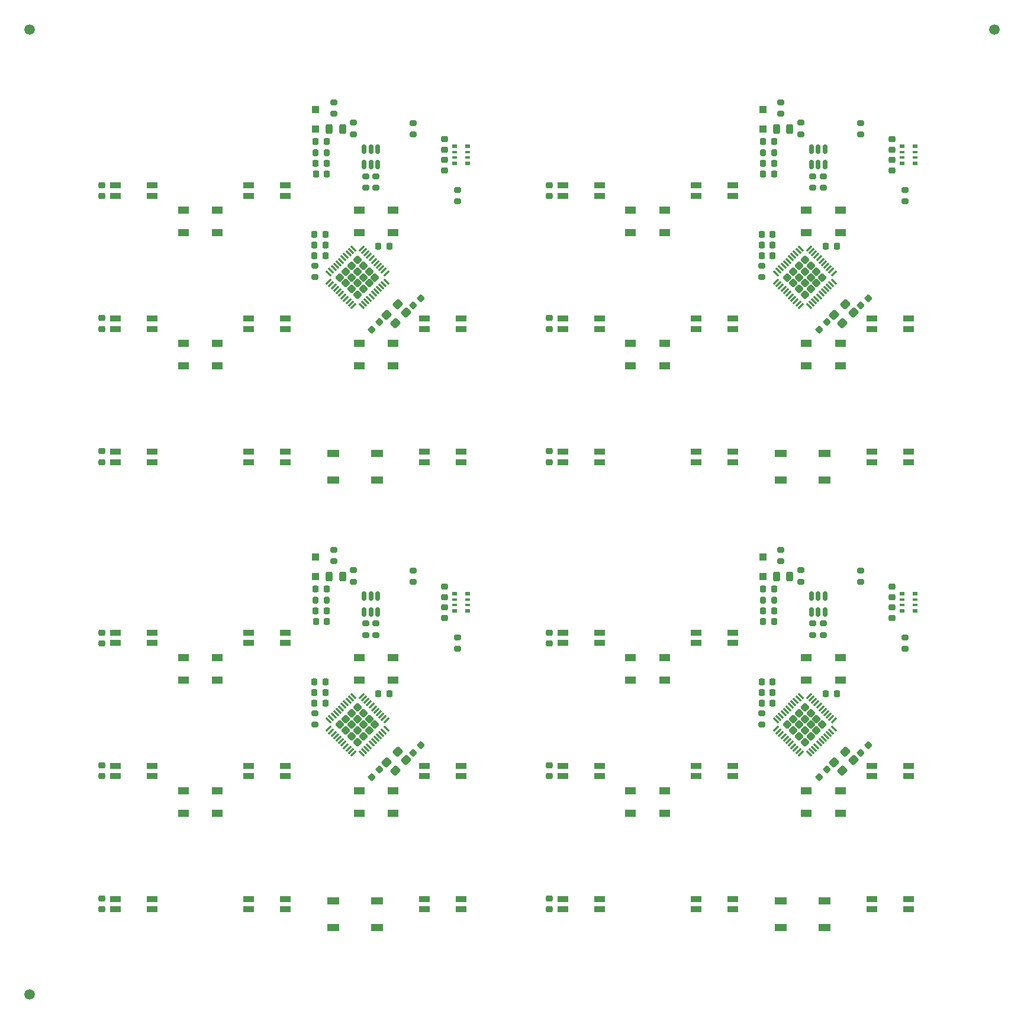
<source format=gbr>
%TF.GenerationSoftware,KiCad,Pcbnew,6.0.0*%
%TF.CreationDate,2022-01-09T18:32:07+01:00*%
%TF.ProjectId,panel,70616e65-6c2e-46b6-9963-61645f706362,rev?*%
%TF.SameCoordinates,Original*%
%TF.FileFunction,Paste,Bot*%
%TF.FilePolarity,Positive*%
%FSLAX46Y46*%
G04 Gerber Fmt 4.6, Leading zero omitted, Abs format (unit mm)*
G04 Created by KiCad (PCBNEW 6.0.0) date 2022-01-09 18:32:07*
%MOMM*%
%LPD*%
G01*
G04 APERTURE LIST*
G04 Aperture macros list*
%AMRoundRect*
0 Rectangle with rounded corners*
0 $1 Rounding radius*
0 $2 $3 $4 $5 $6 $7 $8 $9 X,Y pos of 4 corners*
0 Add a 4 corners polygon primitive as box body*
4,1,4,$2,$3,$4,$5,$6,$7,$8,$9,$2,$3,0*
0 Add four circle primitives for the rounded corners*
1,1,$1+$1,$2,$3*
1,1,$1+$1,$4,$5*
1,1,$1+$1,$6,$7*
1,1,$1+$1,$8,$9*
0 Add four rect primitives between the rounded corners*
20,1,$1+$1,$2,$3,$4,$5,0*
20,1,$1+$1,$4,$5,$6,$7,0*
20,1,$1+$1,$6,$7,$8,$9,0*
20,1,$1+$1,$8,$9,$2,$3,0*%
G04 Aperture macros list end*
%ADD10RoundRect,0.082000X-0.718000X0.328000X-0.718000X-0.328000X0.718000X-0.328000X0.718000X0.328000X0*%
%ADD11C,1.500000*%
%ADD12RoundRect,0.200000X-0.275000X0.200000X-0.275000X-0.200000X0.275000X-0.200000X0.275000X0.200000X0*%
%ADD13RoundRect,0.225000X0.225000X0.250000X-0.225000X0.250000X-0.225000X-0.250000X0.225000X-0.250000X0*%
%ADD14RoundRect,0.225000X-0.250000X0.225000X-0.250000X-0.225000X0.250000X-0.225000X0.250000X0.225000X0*%
%ADD15RoundRect,0.170000X-0.330000X0.255000X-0.330000X-0.255000X0.330000X-0.255000X0.330000X0.255000X0*%
%ADD16R,1.500000X1.000000*%
%ADD17RoundRect,0.225000X-0.017678X0.335876X-0.335876X0.017678X0.017678X-0.335876X0.335876X-0.017678X0*%
%ADD18R,1.100000X1.100000*%
%ADD19R,1.700000X1.000000*%
%ADD20RoundRect,0.225000X-0.225000X-0.250000X0.225000X-0.250000X0.225000X0.250000X-0.225000X0.250000X0*%
%ADD21RoundRect,0.200000X0.275000X-0.200000X0.275000X0.200000X-0.275000X0.200000X-0.275000X-0.200000X0*%
%ADD22RoundRect,0.243750X0.243750X0.456250X-0.243750X0.456250X-0.243750X-0.456250X0.243750X-0.456250X0*%
%ADD23R,0.800000X0.500000*%
%ADD24R,0.800000X0.400000*%
%ADD25RoundRect,0.230000X0.063640X0.502046X-0.502046X-0.063640X-0.063640X-0.502046X0.502046X0.063640X0*%
%ADD26RoundRect,0.170000X-0.255000X-0.330000X0.255000X-0.330000X0.255000X0.330000X-0.255000X0.330000X0*%
%ADD27RoundRect,0.150000X-0.150000X0.512500X-0.150000X-0.512500X0.150000X-0.512500X0.150000X0.512500X0*%
%ADD28RoundRect,0.225000X0.250000X-0.225000X0.250000X0.225000X-0.250000X0.225000X-0.250000X-0.225000X0*%
%ADD29RoundRect,0.225000X0.017678X-0.335876X0.335876X-0.017678X-0.017678X0.335876X-0.335876X0.017678X0*%
%ADD30RoundRect,0.250000X0.000000X0.358486X-0.358486X0.000000X0.000000X-0.358486X0.358486X0.000000X0*%
%ADD31RoundRect,0.062500X0.291682X0.380070X-0.380070X-0.291682X-0.291682X-0.380070X0.380070X0.291682X0*%
%ADD32RoundRect,0.062500X-0.291682X0.380070X-0.380070X0.291682X0.291682X-0.380070X0.380070X-0.291682X0*%
G04 APERTURE END LIST*
D10*
%TO.C,D2*%
X108346186Y-35248680D03*
X108346186Y-36748680D03*
X113546186Y-36748680D03*
X113546186Y-35248680D03*
%TD*%
%TO.C,D7*%
X108346186Y-137348688D03*
X108346186Y-138848688D03*
X113546186Y-138848688D03*
X113546186Y-137348688D03*
%TD*%
%TO.C,D6*%
X89296186Y-137348688D03*
X89296186Y-138848688D03*
X94496186Y-138848688D03*
X94496186Y-137348688D03*
%TD*%
%TO.C,D6*%
X89296186Y-73348680D03*
X89296186Y-74848680D03*
X94496186Y-74848680D03*
X94496186Y-73348680D03*
%TD*%
D11*
%TO.C,REF\u002A\u002A*%
X13000934Y-151000999D03*
%TD*%
D10*
%TO.C,D2*%
X108346186Y-99248688D03*
X108346186Y-100748688D03*
X113546186Y-100748688D03*
X113546186Y-99248688D03*
%TD*%
%TO.C,D3*%
X89296186Y-118298688D03*
X89296186Y-119798688D03*
X94496186Y-119798688D03*
X94496186Y-118298688D03*
%TD*%
%TO.C,D3*%
X89296186Y-54298680D03*
X89296186Y-55798680D03*
X94496186Y-55798680D03*
X94496186Y-54298680D03*
%TD*%
%TO.C,D6*%
X25296183Y-137348688D03*
X25296183Y-138848688D03*
X30496183Y-138848688D03*
X30496183Y-137348688D03*
%TD*%
%TO.C,D4*%
X44346183Y-54298680D03*
X44346183Y-55798680D03*
X49546183Y-55798680D03*
X49546183Y-54298680D03*
%TD*%
%TO.C,D4*%
X108346186Y-54298680D03*
X108346186Y-55798680D03*
X113546186Y-55798680D03*
X113546186Y-54298680D03*
%TD*%
%TO.C,D2*%
X44346183Y-35248680D03*
X44346183Y-36748680D03*
X49546183Y-36748680D03*
X49546183Y-35248680D03*
%TD*%
%TO.C,D1*%
X25296183Y-99248688D03*
X25296183Y-100748688D03*
X30496183Y-100748688D03*
X30496183Y-99248688D03*
%TD*%
%TO.C,D1*%
X89296186Y-99248688D03*
X89296186Y-100748688D03*
X94496186Y-100748688D03*
X94496186Y-99248688D03*
%TD*%
%TO.C,D5*%
X69496183Y-54298680D03*
X69496183Y-55798680D03*
X74696183Y-55798680D03*
X74696183Y-54298680D03*
%TD*%
%TO.C,D5*%
X133496186Y-118298688D03*
X133496186Y-119798688D03*
X138696186Y-119798688D03*
X138696186Y-118298688D03*
%TD*%
%TO.C,D6*%
X25296183Y-73348680D03*
X25296183Y-74848680D03*
X30496183Y-74848680D03*
X30496183Y-73348680D03*
%TD*%
%TO.C,D3*%
X25296183Y-118298688D03*
X25296183Y-119798688D03*
X30496183Y-119798688D03*
X30496183Y-118298688D03*
%TD*%
D11*
%TO.C,REF\u002A\u002A*%
X13000934Y-12998932D03*
%TD*%
D10*
%TO.C,D3*%
X25296183Y-54298680D03*
X25296183Y-55798680D03*
X30496183Y-55798680D03*
X30496183Y-54298680D03*
%TD*%
%TO.C,D8*%
X69496183Y-73348680D03*
X69496183Y-74848680D03*
X74696183Y-74848680D03*
X74696183Y-73348680D03*
%TD*%
%TO.C,D2*%
X44346183Y-99248688D03*
X44346183Y-100748688D03*
X49546183Y-100748688D03*
X49546183Y-99248688D03*
%TD*%
%TO.C,D1*%
X25296183Y-35248680D03*
X25296183Y-36748680D03*
X30496183Y-36748680D03*
X30496183Y-35248680D03*
%TD*%
%TO.C,D7*%
X108346186Y-73348680D03*
X108346186Y-74848680D03*
X113546186Y-74848680D03*
X113546186Y-73348680D03*
%TD*%
%TO.C,D7*%
X44346183Y-73348680D03*
X44346183Y-74848680D03*
X49546183Y-74848680D03*
X49546183Y-73348680D03*
%TD*%
%TO.C,D5*%
X133496186Y-54298680D03*
X133496186Y-55798680D03*
X138696186Y-55798680D03*
X138696186Y-54298680D03*
%TD*%
%TO.C,D7*%
X44346183Y-137348688D03*
X44346183Y-138848688D03*
X49546183Y-138848688D03*
X49546183Y-137348688D03*
%TD*%
%TO.C,D8*%
X133496186Y-73348680D03*
X133496186Y-74848680D03*
X138696186Y-74848680D03*
X138696186Y-73348680D03*
%TD*%
%TO.C,D4*%
X108346186Y-118298688D03*
X108346186Y-119798688D03*
X113546186Y-119798688D03*
X113546186Y-118298688D03*
%TD*%
%TO.C,D4*%
X44346183Y-118298688D03*
X44346183Y-119798688D03*
X49546183Y-119798688D03*
X49546183Y-118298688D03*
%TD*%
%TO.C,D8*%
X69496183Y-137348688D03*
X69496183Y-138848688D03*
X74696183Y-138848688D03*
X74696183Y-137348688D03*
%TD*%
D11*
%TO.C,REF\u002A\u002A*%
X150998999Y-12998932D03*
%TD*%
D10*
%TO.C,D1*%
X89296186Y-35248680D03*
X89296186Y-36748680D03*
X94496186Y-36748680D03*
X94496186Y-35248680D03*
%TD*%
%TO.C,D8*%
X133496186Y-137348688D03*
X133496186Y-138848688D03*
X138696186Y-138848688D03*
X138696186Y-137348688D03*
%TD*%
%TO.C,D5*%
X69496183Y-118298688D03*
X69496183Y-119798688D03*
X74696183Y-119798688D03*
X74696183Y-118298688D03*
%TD*%
D12*
%TO.C,R1*%
X67839933Y-26344931D03*
X67839933Y-27994931D03*
%TD*%
D13*
%TO.C,C8*%
X55289933Y-107824939D03*
X53739933Y-107824939D03*
%TD*%
D14*
%TO.C,C6*%
X23314933Y-99249939D03*
X23314933Y-100799939D03*
%TD*%
D15*
%TO.C,FB1*%
X120474936Y-87444939D03*
X120474936Y-89044939D03*
%TD*%
D16*
%TO.C,D12*%
X124114936Y-125093689D03*
X124114936Y-121893689D03*
X129014936Y-121893689D03*
X129014936Y-125093689D03*
%TD*%
D13*
%TO.C,C5*%
X119489936Y-97674939D03*
X117939936Y-97674939D03*
%TD*%
D17*
%TO.C,C11*%
X132992944Y-51396923D03*
X131896928Y-52492939D03*
%TD*%
D18*
%TO.C,D9*%
X117929936Y-88409939D03*
X117929936Y-91209939D03*
%TD*%
D19*
%TO.C,SW1*%
X126714936Y-137649939D03*
X120414936Y-137649939D03*
X126714936Y-141449939D03*
X120414936Y-141449939D03*
%TD*%
D20*
%TO.C,C9*%
X62889933Y-108024939D03*
X64439933Y-108024939D03*
%TD*%
D21*
%TO.C,R4*%
X125049936Y-99604939D03*
X125049936Y-97954939D03*
%TD*%
D13*
%TO.C,C8*%
X119289936Y-107824939D03*
X117739936Y-107824939D03*
%TD*%
D15*
%TO.C,FB1*%
X120474936Y-23444931D03*
X120474936Y-25044931D03*
%TD*%
D22*
%TO.C,F1*%
X121747436Y-91239939D03*
X119872436Y-91239939D03*
%TD*%
D19*
%TO.C,SW1*%
X62714933Y-137649939D03*
X56414933Y-137649939D03*
X56414933Y-141449939D03*
X62714933Y-141449939D03*
%TD*%
D13*
%TO.C,C10*%
X119289936Y-45324931D03*
X117739936Y-45324931D03*
%TD*%
D12*
%TO.C,R1*%
X131839936Y-90344939D03*
X131839936Y-91994939D03*
%TD*%
D20*
%TO.C,C9*%
X62889933Y-44024931D03*
X64439933Y-44024931D03*
%TD*%
D23*
%TO.C,RN1*%
X73827433Y-32118681D03*
D24*
X73827433Y-31318681D03*
X73827433Y-30518681D03*
D23*
X73827433Y-29718681D03*
X75627433Y-29718681D03*
D24*
X75627433Y-30518681D03*
X75627433Y-31318681D03*
D23*
X75627433Y-32118681D03*
%TD*%
D13*
%TO.C,C7*%
X55289933Y-42324931D03*
X53739933Y-42324931D03*
%TD*%
%TO.C,C3*%
X119464936Y-96149939D03*
X117914936Y-96149939D03*
%TD*%
D14*
%TO.C,C6*%
X87314936Y-35249931D03*
X87314936Y-36799931D03*
%TD*%
D25*
%TO.C,Y1*%
X66833791Y-53458154D03*
X65278156Y-55013789D03*
X64076075Y-53811708D03*
X65631710Y-52256073D03*
%TD*%
D19*
%TO.C,SW1*%
X120414936Y-73649931D03*
X126714936Y-73649931D03*
X120414936Y-77449931D03*
X126714936Y-77449931D03*
%TD*%
D14*
%TO.C,C12*%
X23364933Y-118249939D03*
X23364933Y-119799939D03*
%TD*%
D16*
%TO.C,D11*%
X98971186Y-42043681D03*
X98971186Y-38843681D03*
X103871186Y-38843681D03*
X103871186Y-42043681D03*
%TD*%
D13*
%TO.C,C10*%
X119289936Y-109324939D03*
X117739936Y-109324939D03*
%TD*%
D12*
%TO.C,R6*%
X53764933Y-110749939D03*
X53764933Y-112399939D03*
%TD*%
D16*
%TO.C,D12*%
X60114933Y-61093681D03*
X60114933Y-57893681D03*
X65014933Y-57893681D03*
X65014933Y-61093681D03*
%TD*%
D17*
%TO.C,C11*%
X132992944Y-115396931D03*
X131896928Y-116492947D03*
%TD*%
D14*
%TO.C,C4*%
X136384936Y-31629931D03*
X136384936Y-33179931D03*
%TD*%
D25*
%TO.C,Y1*%
X130833794Y-53458154D03*
X129278159Y-55013789D03*
X128076078Y-53811708D03*
X129631713Y-52256073D03*
%TD*%
D26*
%TO.C,FB2*%
X53899933Y-94589939D03*
X55499933Y-94589939D03*
%TD*%
D27*
%TO.C,U2*%
X60859933Y-94062439D03*
X61809933Y-94062439D03*
X62759933Y-94062439D03*
X62759933Y-96337439D03*
X61809933Y-96337439D03*
X60859933Y-96337439D03*
%TD*%
D14*
%TO.C,C14*%
X87314936Y-137299939D03*
X87314936Y-138849939D03*
%TD*%
D28*
%TO.C,C2*%
X72384933Y-94189939D03*
X72384933Y-92639939D03*
%TD*%
D13*
%TO.C,C7*%
X55289933Y-106324939D03*
X53739933Y-106324939D03*
%TD*%
D16*
%TO.C,D12*%
X60114933Y-125093689D03*
X60114933Y-121893689D03*
X65014933Y-121893689D03*
X65014933Y-125093689D03*
%TD*%
%TO.C,D11*%
X98971186Y-106043689D03*
X98971186Y-102843689D03*
X103871186Y-102843689D03*
X103871186Y-106043689D03*
%TD*%
D29*
%TO.C,C13*%
X125936928Y-119922947D03*
X127032944Y-118826931D03*
%TD*%
D13*
%TO.C,C5*%
X119489936Y-33674931D03*
X117939936Y-33674931D03*
%TD*%
D20*
%TO.C,C1*%
X117914936Y-29009931D03*
X119464936Y-29009931D03*
%TD*%
D21*
%TO.C,R2*%
X123289936Y-27969931D03*
X123289936Y-26319931D03*
%TD*%
D14*
%TO.C,C4*%
X136384936Y-95629939D03*
X136384936Y-97179939D03*
%TD*%
D15*
%TO.C,FB1*%
X56474933Y-23444931D03*
X56474933Y-25044931D03*
%TD*%
D21*
%TO.C,R2*%
X123289936Y-91969939D03*
X123289936Y-90319939D03*
%TD*%
D29*
%TO.C,C13*%
X61936925Y-55922939D03*
X63032941Y-54826923D03*
%TD*%
D28*
%TO.C,C2*%
X136384936Y-94189939D03*
X136384936Y-92639939D03*
%TD*%
D16*
%TO.C,D11*%
X34971183Y-42043681D03*
X34971183Y-38843681D03*
X39871183Y-38843681D03*
X39871183Y-42043681D03*
%TD*%
D22*
%TO.C,F1*%
X121747436Y-27239931D03*
X119872436Y-27239931D03*
%TD*%
D21*
%TO.C,R5*%
X138189936Y-37574931D03*
X138189936Y-35924931D03*
%TD*%
%TO.C,R4*%
X125049936Y-35604931D03*
X125049936Y-33954931D03*
%TD*%
D13*
%TO.C,C7*%
X119289936Y-106324939D03*
X117739936Y-106324939D03*
%TD*%
%TO.C,C10*%
X55289933Y-109324939D03*
X53739933Y-109324939D03*
%TD*%
D21*
%TO.C,R4*%
X61049933Y-35604931D03*
X61049933Y-33954931D03*
%TD*%
%TO.C,R3*%
X62559933Y-99604939D03*
X62559933Y-97954939D03*
%TD*%
D13*
%TO.C,C7*%
X119289936Y-42324931D03*
X117739936Y-42324931D03*
%TD*%
D29*
%TO.C,C13*%
X125936928Y-55922939D03*
X127032944Y-54826923D03*
%TD*%
D14*
%TO.C,C14*%
X87314936Y-73299931D03*
X87314936Y-74849931D03*
%TD*%
D23*
%TO.C,RN1*%
X137827436Y-96118689D03*
D24*
X137827436Y-95318689D03*
X137827436Y-94518689D03*
D23*
X137827436Y-93718689D03*
X139627436Y-93718689D03*
D24*
X139627436Y-94518689D03*
X139627436Y-95318689D03*
D23*
X139627436Y-96118689D03*
%TD*%
D27*
%TO.C,U2*%
X60859933Y-30062431D03*
X61809933Y-30062431D03*
X62759933Y-30062431D03*
X62759933Y-32337431D03*
X61809933Y-32337431D03*
X60859933Y-32337431D03*
%TD*%
D16*
%TO.C,D13*%
X34971183Y-61093681D03*
X34971183Y-57893681D03*
X39871183Y-57893681D03*
X39871183Y-61093681D03*
%TD*%
D21*
%TO.C,R4*%
X61049933Y-99604939D03*
X61049933Y-97954939D03*
%TD*%
D23*
%TO.C,RN1*%
X73827433Y-96118689D03*
D24*
X73827433Y-95318689D03*
X73827433Y-94518689D03*
D23*
X73827433Y-93718689D03*
X75627433Y-93718689D03*
D24*
X75627433Y-94518689D03*
X75627433Y-95318689D03*
D23*
X75627433Y-96118689D03*
%TD*%
D21*
%TO.C,R2*%
X59289933Y-91969939D03*
X59289933Y-90319939D03*
%TD*%
D14*
%TO.C,C14*%
X23314933Y-137299939D03*
X23314933Y-138849939D03*
%TD*%
D13*
%TO.C,C8*%
X55289933Y-43824931D03*
X53739933Y-43824931D03*
%TD*%
D20*
%TO.C,C9*%
X126889936Y-44024931D03*
X128439936Y-44024931D03*
%TD*%
D27*
%TO.C,U2*%
X124859936Y-30062431D03*
X125809936Y-30062431D03*
X126759936Y-30062431D03*
X126759936Y-32337431D03*
X125809936Y-32337431D03*
X124859936Y-32337431D03*
%TD*%
D16*
%TO.C,D12*%
X124114936Y-61093681D03*
X124114936Y-57893681D03*
X129014936Y-57893681D03*
X129014936Y-61093681D03*
%TD*%
D13*
%TO.C,C3*%
X55464933Y-96149939D03*
X53914933Y-96149939D03*
%TD*%
D21*
%TO.C,R5*%
X138189936Y-101574939D03*
X138189936Y-99924939D03*
%TD*%
D16*
%TO.C,D10*%
X60114933Y-106024939D03*
X60114933Y-102824939D03*
X65014933Y-102824939D03*
X65014933Y-106024939D03*
%TD*%
D20*
%TO.C,C1*%
X117914936Y-93009939D03*
X119464936Y-93009939D03*
%TD*%
D25*
%TO.C,Y1*%
X130833794Y-117458162D03*
X129278159Y-119013797D03*
X128076078Y-117811716D03*
X129631713Y-116256081D03*
%TD*%
D12*
%TO.C,R6*%
X53764933Y-46749931D03*
X53764933Y-48399931D03*
%TD*%
D17*
%TO.C,C11*%
X68992941Y-115396931D03*
X67896925Y-116492947D03*
%TD*%
D21*
%TO.C,R3*%
X126559936Y-99604939D03*
X126559936Y-97954939D03*
%TD*%
D13*
%TO.C,C3*%
X119464936Y-32149931D03*
X117914936Y-32149931D03*
%TD*%
%TO.C,C3*%
X55464933Y-32149931D03*
X53914933Y-32149931D03*
%TD*%
D21*
%TO.C,R3*%
X126559936Y-35604931D03*
X126559936Y-33954931D03*
%TD*%
D30*
%TO.C,U3*%
X59064083Y-48435781D03*
X57402382Y-48435781D03*
X62387484Y-48435781D03*
X59894933Y-45943230D03*
X59064083Y-46774080D03*
X59894933Y-49266631D03*
X60725783Y-50097482D03*
X59894933Y-50928332D03*
X61556634Y-47604931D03*
X59894933Y-47604931D03*
X61556634Y-49266631D03*
X60725783Y-48435781D03*
X60725783Y-46774080D03*
X58233232Y-49266631D03*
X59064083Y-50097482D03*
X58233232Y-47604931D03*
D31*
X60487135Y-44308045D03*
X60840688Y-44661599D03*
X61194242Y-45015152D03*
X61547795Y-45368705D03*
X61901348Y-45722259D03*
X62254902Y-46075812D03*
X62608455Y-46429366D03*
X62962009Y-46782919D03*
X63315562Y-47136472D03*
X63669115Y-47490026D03*
X64022669Y-47843579D03*
D32*
X64022669Y-49027983D03*
X63669115Y-49381536D03*
X63315562Y-49735090D03*
X62962009Y-50088643D03*
X62608455Y-50442196D03*
X62254902Y-50795750D03*
X61901348Y-51149303D03*
X61547795Y-51502857D03*
X61194242Y-51856410D03*
X60840688Y-52209963D03*
X60487135Y-52563517D03*
D31*
X59302731Y-52563517D03*
X58949178Y-52209963D03*
X58595624Y-51856410D03*
X58242071Y-51502857D03*
X57888518Y-51149303D03*
X57534964Y-50795750D03*
X57181411Y-50442196D03*
X56827857Y-50088643D03*
X56474304Y-49735090D03*
X56120751Y-49381536D03*
X55767197Y-49027983D03*
D32*
X55767197Y-47843579D03*
X56120751Y-47490026D03*
X56474304Y-47136472D03*
X56827857Y-46782919D03*
X57181411Y-46429366D03*
X57534964Y-46075812D03*
X57888518Y-45722259D03*
X58242071Y-45368705D03*
X58595624Y-45015152D03*
X58949178Y-44661599D03*
X59302731Y-44308045D03*
%TD*%
D26*
%TO.C,FB2*%
X117899936Y-30589931D03*
X119499936Y-30589931D03*
%TD*%
D29*
%TO.C,C13*%
X61936925Y-119922947D03*
X63032941Y-118826931D03*
%TD*%
D22*
%TO.C,F1*%
X57747433Y-91239939D03*
X55872433Y-91239939D03*
%TD*%
D16*
%TO.C,D10*%
X124114936Y-106024939D03*
X124114936Y-102824939D03*
X129014936Y-102824939D03*
X129014936Y-106024939D03*
%TD*%
D28*
%TO.C,C2*%
X72384933Y-30189931D03*
X72384933Y-28639931D03*
%TD*%
D13*
%TO.C,C10*%
X55289933Y-45324931D03*
X53739933Y-45324931D03*
%TD*%
D14*
%TO.C,C6*%
X87314936Y-99249939D03*
X87314936Y-100799939D03*
%TD*%
%TO.C,C6*%
X23314933Y-35249931D03*
X23314933Y-36799931D03*
%TD*%
D23*
%TO.C,RN1*%
X137827436Y-32118681D03*
D24*
X137827436Y-31318681D03*
X137827436Y-30518681D03*
D23*
X137827436Y-29718681D03*
X139627436Y-29718681D03*
D24*
X139627436Y-30518681D03*
X139627436Y-31318681D03*
D23*
X139627436Y-32118681D03*
%TD*%
D20*
%TO.C,C1*%
X53914933Y-29009931D03*
X55464933Y-29009931D03*
%TD*%
D21*
%TO.C,R5*%
X74189933Y-37574931D03*
X74189933Y-35924931D03*
%TD*%
%TO.C,R5*%
X74189933Y-101574939D03*
X74189933Y-99924939D03*
%TD*%
D16*
%TO.C,D11*%
X34971183Y-106043689D03*
X34971183Y-102843689D03*
X39871183Y-102843689D03*
X39871183Y-106043689D03*
%TD*%
D18*
%TO.C,D9*%
X117929936Y-24409931D03*
X117929936Y-27209931D03*
%TD*%
D25*
%TO.C,Y1*%
X66833791Y-117458162D03*
X65278156Y-119013797D03*
X64076075Y-117811716D03*
X65631710Y-116256081D03*
%TD*%
D19*
%TO.C,SW1*%
X56414933Y-73649931D03*
X62714933Y-73649931D03*
X56414933Y-77449931D03*
X62714933Y-77449931D03*
%TD*%
D14*
%TO.C,C12*%
X87364936Y-54249931D03*
X87364936Y-55799931D03*
%TD*%
D13*
%TO.C,C5*%
X55489933Y-33674931D03*
X53939933Y-33674931D03*
%TD*%
D12*
%TO.C,R6*%
X117764936Y-110749939D03*
X117764936Y-112399939D03*
%TD*%
D13*
%TO.C,C5*%
X55489933Y-97674939D03*
X53939933Y-97674939D03*
%TD*%
D21*
%TO.C,R2*%
X59289933Y-27969931D03*
X59289933Y-26319931D03*
%TD*%
D15*
%TO.C,FB1*%
X56474933Y-87444939D03*
X56474933Y-89044939D03*
%TD*%
D13*
%TO.C,C8*%
X119289936Y-43824931D03*
X117739936Y-43824931D03*
%TD*%
D12*
%TO.C,R1*%
X131839936Y-26344931D03*
X131839936Y-27994931D03*
%TD*%
D16*
%TO.C,D10*%
X60114933Y-42024931D03*
X60114933Y-38824931D03*
X65014933Y-38824931D03*
X65014933Y-42024931D03*
%TD*%
D14*
%TO.C,C14*%
X23314933Y-73299931D03*
X23314933Y-74849931D03*
%TD*%
D30*
%TO.C,U3*%
X123894936Y-109943238D03*
X122233235Y-111604939D03*
X122233235Y-113266639D03*
X123894936Y-111604939D03*
X125556637Y-113266639D03*
X121402385Y-112435789D03*
X124725786Y-114097490D03*
X124725786Y-112435789D03*
X123894936Y-114928340D03*
X124725786Y-110774088D03*
X123894936Y-113266639D03*
X123064086Y-114097490D03*
X125556637Y-111604939D03*
X126387487Y-112435789D03*
X123064086Y-110774088D03*
X123064086Y-112435789D03*
D31*
X124487138Y-108308053D03*
X124840691Y-108661607D03*
X125194245Y-109015160D03*
X125547798Y-109368713D03*
X125901351Y-109722267D03*
X126254905Y-110075820D03*
X126608458Y-110429374D03*
X126962012Y-110782927D03*
X127315565Y-111136480D03*
X127669118Y-111490034D03*
X128022672Y-111843587D03*
D32*
X128022672Y-113027991D03*
X127669118Y-113381544D03*
X127315565Y-113735098D03*
X126962012Y-114088651D03*
X126608458Y-114442204D03*
X126254905Y-114795758D03*
X125901351Y-115149311D03*
X125547798Y-115502865D03*
X125194245Y-115856418D03*
X124840691Y-116209971D03*
X124487138Y-116563525D03*
D31*
X123302734Y-116563525D03*
X122949181Y-116209971D03*
X122595627Y-115856418D03*
X122242074Y-115502865D03*
X121888521Y-115149311D03*
X121534967Y-114795758D03*
X121181414Y-114442204D03*
X120827860Y-114088651D03*
X120474307Y-113735098D03*
X120120754Y-113381544D03*
X119767200Y-113027991D03*
D32*
X119767200Y-111843587D03*
X120120754Y-111490034D03*
X120474307Y-111136480D03*
X120827860Y-110782927D03*
X121181414Y-110429374D03*
X121534967Y-110075820D03*
X121888521Y-109722267D03*
X122242074Y-109368713D03*
X122595627Y-109015160D03*
X122949181Y-108661607D03*
X123302734Y-108308053D03*
%TD*%
D14*
%TO.C,C12*%
X87364936Y-118249939D03*
X87364936Y-119799939D03*
%TD*%
D21*
%TO.C,R3*%
X62559933Y-35604931D03*
X62559933Y-33954931D03*
%TD*%
D14*
%TO.C,C12*%
X23364933Y-54249931D03*
X23364933Y-55799931D03*
%TD*%
D16*
%TO.C,D13*%
X98971186Y-61093681D03*
X98971186Y-57893681D03*
X103871186Y-57893681D03*
X103871186Y-61093681D03*
%TD*%
D12*
%TO.C,R1*%
X67839933Y-90344939D03*
X67839933Y-91994939D03*
%TD*%
D30*
%TO.C,U3*%
X123064086Y-50097482D03*
X123894936Y-50928332D03*
X123894936Y-45943230D03*
X124725786Y-50097482D03*
X122233235Y-49266631D03*
X121402385Y-48435781D03*
X125556637Y-49266631D03*
X123064086Y-48435781D03*
X123894936Y-49266631D03*
X122233235Y-47604931D03*
X124725786Y-46774080D03*
X124725786Y-48435781D03*
X126387487Y-48435781D03*
X123064086Y-46774080D03*
X125556637Y-47604931D03*
X123894936Y-47604931D03*
D31*
X124487138Y-44308045D03*
X124840691Y-44661599D03*
X125194245Y-45015152D03*
X125547798Y-45368705D03*
X125901351Y-45722259D03*
X126254905Y-46075812D03*
X126608458Y-46429366D03*
X126962012Y-46782919D03*
X127315565Y-47136472D03*
X127669118Y-47490026D03*
X128022672Y-47843579D03*
D32*
X128022672Y-49027983D03*
X127669118Y-49381536D03*
X127315565Y-49735090D03*
X126962012Y-50088643D03*
X126608458Y-50442196D03*
X126254905Y-50795750D03*
X125901351Y-51149303D03*
X125547798Y-51502857D03*
X125194245Y-51856410D03*
X124840691Y-52209963D03*
X124487138Y-52563517D03*
D31*
X123302734Y-52563517D03*
X122949181Y-52209963D03*
X122595627Y-51856410D03*
X122242074Y-51502857D03*
X121888521Y-51149303D03*
X121534967Y-50795750D03*
X121181414Y-50442196D03*
X120827860Y-50088643D03*
X120474307Y-49735090D03*
X120120754Y-49381536D03*
X119767200Y-49027983D03*
D32*
X119767200Y-47843579D03*
X120120754Y-47490026D03*
X120474307Y-47136472D03*
X120827860Y-46782919D03*
X121181414Y-46429366D03*
X121534967Y-46075812D03*
X121888521Y-45722259D03*
X122242074Y-45368705D03*
X122595627Y-45015152D03*
X122949181Y-44661599D03*
X123302734Y-44308045D03*
%TD*%
D20*
%TO.C,C1*%
X53914933Y-93009939D03*
X55464933Y-93009939D03*
%TD*%
D26*
%TO.C,FB2*%
X53899933Y-30589931D03*
X55499933Y-30589931D03*
%TD*%
D22*
%TO.C,F1*%
X57747433Y-27239931D03*
X55872433Y-27239931D03*
%TD*%
D17*
%TO.C,C11*%
X68992941Y-51396923D03*
X67896925Y-52492939D03*
%TD*%
D18*
%TO.C,D9*%
X53929933Y-24409931D03*
X53929933Y-27209931D03*
%TD*%
D16*
%TO.C,D10*%
X124114936Y-42024931D03*
X124114936Y-38824931D03*
X129014936Y-38824931D03*
X129014936Y-42024931D03*
%TD*%
D26*
%TO.C,FB2*%
X117899936Y-94589939D03*
X119499936Y-94589939D03*
%TD*%
D30*
%TO.C,U3*%
X59064083Y-110774088D03*
X60725783Y-114097490D03*
X60725783Y-112435789D03*
X59894933Y-114928340D03*
X59064083Y-112435789D03*
X57402382Y-112435789D03*
X58233232Y-113266639D03*
X59064083Y-114097490D03*
X60725783Y-110774088D03*
X61556634Y-113266639D03*
X62387484Y-112435789D03*
X61556634Y-111604939D03*
X59894933Y-111604939D03*
X59894933Y-109943238D03*
X59894933Y-113266639D03*
X58233232Y-111604939D03*
D31*
X60487135Y-108308053D03*
X60840688Y-108661607D03*
X61194242Y-109015160D03*
X61547795Y-109368713D03*
X61901348Y-109722267D03*
X62254902Y-110075820D03*
X62608455Y-110429374D03*
X62962009Y-110782927D03*
X63315562Y-111136480D03*
X63669115Y-111490034D03*
X64022669Y-111843587D03*
D32*
X64022669Y-113027991D03*
X63669115Y-113381544D03*
X63315562Y-113735098D03*
X62962009Y-114088651D03*
X62608455Y-114442204D03*
X62254902Y-114795758D03*
X61901348Y-115149311D03*
X61547795Y-115502865D03*
X61194242Y-115856418D03*
X60840688Y-116209971D03*
X60487135Y-116563525D03*
D31*
X59302731Y-116563525D03*
X58949178Y-116209971D03*
X58595624Y-115856418D03*
X58242071Y-115502865D03*
X57888518Y-115149311D03*
X57534964Y-114795758D03*
X57181411Y-114442204D03*
X56827857Y-114088651D03*
X56474304Y-113735098D03*
X56120751Y-113381544D03*
X55767197Y-113027991D03*
D32*
X55767197Y-111843587D03*
X56120751Y-111490034D03*
X56474304Y-111136480D03*
X56827857Y-110782927D03*
X57181411Y-110429374D03*
X57534964Y-110075820D03*
X57888518Y-109722267D03*
X58242071Y-109368713D03*
X58595624Y-109015160D03*
X58949178Y-108661607D03*
X59302731Y-108308053D03*
%TD*%
D16*
%TO.C,D13*%
X98971186Y-125093689D03*
X98971186Y-121893689D03*
X103871186Y-121893689D03*
X103871186Y-125093689D03*
%TD*%
D27*
%TO.C,U2*%
X124859936Y-94062439D03*
X125809936Y-94062439D03*
X126759936Y-94062439D03*
X126759936Y-96337439D03*
X125809936Y-96337439D03*
X124859936Y-96337439D03*
%TD*%
D14*
%TO.C,C4*%
X72384933Y-31629931D03*
X72384933Y-33179931D03*
%TD*%
D12*
%TO.C,R6*%
X117764936Y-46749931D03*
X117764936Y-48399931D03*
%TD*%
D18*
%TO.C,D9*%
X53929933Y-88409939D03*
X53929933Y-91209939D03*
%TD*%
D16*
%TO.C,D13*%
X34971183Y-125093689D03*
X34971183Y-121893689D03*
X39871183Y-121893689D03*
X39871183Y-125093689D03*
%TD*%
D20*
%TO.C,C9*%
X126889936Y-108024939D03*
X128439936Y-108024939D03*
%TD*%
D14*
%TO.C,C4*%
X72384933Y-95629939D03*
X72384933Y-97179939D03*
%TD*%
D28*
%TO.C,C2*%
X136384936Y-30189931D03*
X136384936Y-28639931D03*
%TD*%
M02*

</source>
